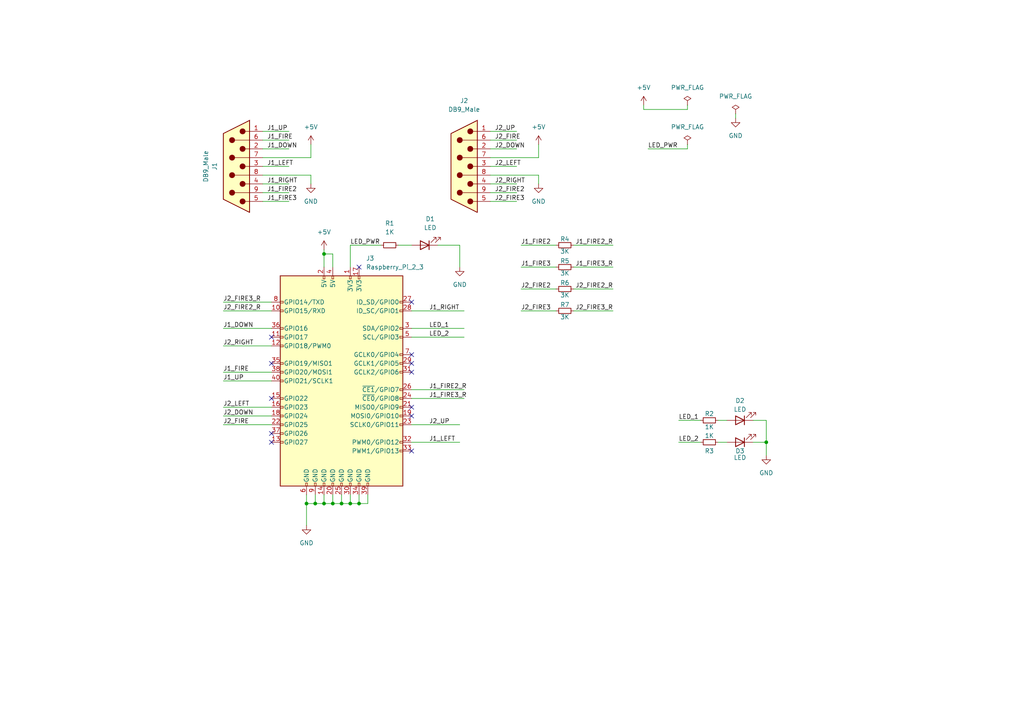
<source format=kicad_sch>
(kicad_sch (version 20230121) (generator eeschema)
  (paper "A4")
  (title_block (title "Unijoysticle Tester") (date "2022-11-29") (rev "A") (company "Ricardo Quesada"))
  (lib_symbols
    (symbol "Connector:DB9_Male" (pin_names (offset 1.016) hide)
      (property "Reference" "J" (at 0 13.97 0))
      (property "Value" "DB9_Male" (at 0 -14.605 0))
      (symbol "DB9_Male_0_1"
        (circle (center -1.778 -10.16) (radius 0.762) (fill (type outline)))
        (circle (center -1.778 -5.08) (radius 0.762) (fill (type outline)))
        (circle (center -1.778 0) (radius 0.762) (fill (type outline)))
        (circle (center -1.778 5.08) (radius 0.762) (fill (type outline)))
        (circle (center -1.778 10.16) (radius 0.762) (fill (type outline)))
        (polyline (pts (xy -3.81 -10.16) (xy -2.54 -10.16)))
        (polyline (pts (xy -3.81 -7.62) (xy 0.508 -7.62)))
        (polyline (pts (xy -3.81 -5.08) (xy -2.54 -5.08)))
        (polyline (pts (xy -3.81 -2.54) (xy 0.508 -2.54)))
        (polyline (pts (xy -3.81 0) (xy -2.54 0)))
        (polyline (pts (xy -3.81 2.54) (xy 0.508 2.54)))
        (polyline (pts (xy -3.81 5.08) (xy -2.54 5.08)))
        (polyline (pts (xy -3.81 7.62) (xy 0.508 7.62)))
        (polyline (pts (xy -3.81 10.16) (xy -2.54 10.16)))
        (polyline (pts (xy -3.81 -13.335) (xy -3.81 13.335) (xy 3.81 9.525) (xy 3.81 -9.525) (xy -3.81 -13.335)) (stroke (width 0.254)) (fill (type background)))
        (circle (center 1.27 -7.62) (radius 0.762) (fill (type outline)))
        (circle (center 1.27 -2.54) (radius 0.762) (fill (type outline)))
        (circle (center 1.27 2.54) (radius 0.762) (fill (type outline)))
        (circle (center 1.27 7.62) (radius 0.762) (fill (type outline)))
      )
      (symbol "DB9_Male_1_1"
        (pin passive line (at -7.62 -10.16 0) (length 3.81) (name "1") (number "1"))
        (pin passive line (at -7.62 -5.08 0) (length 3.81) (name "2") (number "2"))
        (pin passive line (at -7.62 0 0) (length 3.81) (name "3") (number "3"))
        (pin passive line (at -7.62 5.08 0) (length 3.81) (name "4") (number "4"))
        (pin passive line (at -7.62 10.16 0) (length 3.81) (name "5") (number "5"))
        (pin passive line (at -7.62 -7.62 0) (length 3.81) (name "6") (number "6"))
        (pin passive line (at -7.62 -2.54 0) (length 3.81) (name "7") (number "7"))
        (pin passive line (at -7.62 2.54 0) (length 3.81) (name "8") (number "8"))
        (pin passive line (at -7.62 7.62 0) (length 3.81) (name "9") (number "9"))
      )
    )
    (symbol "Connector:Raspberry_Pi_2_3" (pin_names (offset 1.016))
      (property "Reference" "J" (at -17.78 31.75 0))
      (property "Value" "Raspberry_Pi_2_3" (at 10.16 -31.75 0))
      (symbol "Raspberry_Pi_2_3_0_1"
        (rectangle (start -17.78 30.48) (end 17.78 -30.48) (stroke (width 0.254)) (fill (type background)))
      )
      (symbol "Raspberry_Pi_2_3_1_1"
        (rectangle (start -16.891 -17.526) (end -17.78 -18.034))
        (rectangle (start -16.891 -14.986) (end -17.78 -15.494))
        (rectangle (start -16.891 -12.446) (end -17.78 -12.954))
        (rectangle (start -16.891 -9.906) (end -17.78 -10.414))
        (rectangle (start -16.891 -7.366) (end -17.78 -7.874))
        (rectangle (start -16.891 -4.826) (end -17.78 -5.334))
        (rectangle (start -16.891 0.254) (end -17.78 -0.254))
        (rectangle (start -16.891 2.794) (end -17.78 2.286))
        (rectangle (start -16.891 5.334) (end -17.78 4.826))
        (rectangle (start -16.891 10.414) (end -17.78 9.906))
        (rectangle (start -16.891 12.954) (end -17.78 12.446))
        (rectangle (start -16.891 15.494) (end -17.78 14.986))
        (rectangle (start -16.891 20.574) (end -17.78 20.066))
        (rectangle (start -16.891 23.114) (end -17.78 22.606))
        (rectangle (start -10.414 -29.591) (end -9.906 -30.48))
        (rectangle (start -7.874 -29.591) (end -7.366 -30.48))
        (rectangle (start -5.334 -29.591) (end -4.826 -30.48))
        (rectangle (start -5.334 30.48) (end -4.826 29.591))
        (rectangle (start -2.794 -29.591) (end -2.286 -30.48))
        (rectangle (start -2.794 30.48) (end -2.286 29.591))
        (rectangle (start -0.254 -29.591) (end 0.254 -30.48))
        (rectangle (start 2.286 -29.591) (end 2.794 -30.48))
        (rectangle (start 2.286 30.48) (end 2.794 29.591))
        (rectangle (start 4.826 -29.591) (end 5.334 -30.48))
        (rectangle (start 4.826 30.48) (end 5.334 29.591))
        (rectangle (start 7.366 -29.591) (end 7.874 -30.48))
        (rectangle (start 17.78 -20.066) (end 16.891 -20.574))
        (rectangle (start 17.78 -17.526) (end 16.891 -18.034))
        (rectangle (start 17.78 -12.446) (end 16.891 -12.954))
        (rectangle (start 17.78 -9.906) (end 16.891 -10.414))
        (rectangle (start 17.78 -7.366) (end 16.891 -7.874))
        (rectangle (start 17.78 -4.826) (end 16.891 -5.334))
        (rectangle (start 17.78 -2.286) (end 16.891 -2.794))
        (rectangle (start 17.78 2.794) (end 16.891 2.286))
        (rectangle (start 17.78 5.334) (end 16.891 4.826))
        (rectangle (start 17.78 7.874) (end 16.891 7.366))
        (rectangle (start 17.78 12.954) (end 16.891 12.446))
        (rectangle (start 17.78 15.494) (end 16.891 14.986))
        (rectangle (start 17.78 20.574) (end 16.891 20.066))
        (rectangle (start 17.78 23.114) (end 16.891 22.606))
        (pin power_in line (at 2.54 33.02 270) (length 2.54) (name "3V3") (number "1"))
        (pin bidirectional line (at -20.32 20.32 0) (length 2.54) (name "GPIO15/RXD") (number "10"))
        (pin bidirectional line (at -20.32 12.7 0) (length 2.54) (name "GPIO17") (number "11"))
        (pin bidirectional line (at -20.32 10.16 0) (length 2.54) (name "GPIO18/PWM0") (number "12"))
        (pin bidirectional line (at -20.32 -17.78 0) (length 2.54) (name "GPIO27") (number "13"))
        (pin power_in line (at -5.08 -33.02 90) (length 2.54) (name "GND") (number "14"))
        (pin bidirectional line (at -20.32 -5.08 0) (length 2.54) (name "GPIO22") (number "15"))
        (pin bidirectional line (at -20.32 -7.62 0) (length 2.54) (name "GPIO23") (number "16"))
        (pin power_in line (at 5.08 33.02 270) (length 2.54) (name "3V3") (number "17"))
        (pin bidirectional line (at -20.32 -10.16 0) (length 2.54) (name "GPIO24") (number "18"))
        (pin bidirectional line (at 20.32 -10.16 180) (length 2.54) (name "MOSI0/GPIO10") (number "19"))
        (pin power_in line (at -5.08 33.02 270) (length 2.54) (name "5V") (number "2"))
        (pin power_in line (at -2.54 -33.02 90) (length 2.54) (name "GND") (number "20"))
        (pin bidirectional line (at 20.32 -7.62 180) (length 2.54) (name "MISO0/GPIO9") (number "21"))
        (pin bidirectional line (at -20.32 -12.7 0) (length 2.54) (name "GPIO25") (number "22"))
        (pin bidirectional line (at 20.32 -12.7 180) (length 2.54) (name "SCLK0/GPIO11") (number "23"))
        (pin bidirectional line (at 20.32 -5.08 180) (length 2.54) (name "~{CE0}/GPIO8") (number "24"))
        (pin power_in line (at 0 -33.02 90) (length 2.54) (name "GND") (number "25"))
        (pin bidirectional line (at 20.32 -2.54 180) (length 2.54) (name "~{CE1}/GPIO7") (number "26"))
        (pin bidirectional line (at 20.32 22.86 180) (length 2.54) (name "ID_SD/GPIO0") (number "27"))
        (pin bidirectional line (at 20.32 20.32 180) (length 2.54) (name "ID_SC/GPIO1") (number "28"))
        (pin bidirectional line (at 20.32 5.08 180) (length 2.54) (name "GCLK1/GPIO5") (number "29"))
        (pin bidirectional line (at 20.32 15.24 180) (length 2.54) (name "SDA/GPIO2") (number "3"))
        (pin power_in line (at 2.54 -33.02 90) (length 2.54) (name "GND") (number "30"))
        (pin bidirectional line (at 20.32 2.54 180) (length 2.54) (name "GCLK2/GPIO6") (number "31"))
        (pin bidirectional line (at 20.32 -17.78 180) (length 2.54) (name "PWM0/GPIO12") (number "32"))
        (pin bidirectional line (at 20.32 -20.32 180) (length 2.54) (name "PWM1/GPIO13") (number "33"))
        (pin power_in line (at 5.08 -33.02 90) (length 2.54) (name "GND") (number "34"))
        (pin bidirectional line (at -20.32 5.08 0) (length 2.54) (name "GPIO19/MISO1") (number "35"))
        (pin bidirectional line (at -20.32 15.24 0) (length 2.54) (name "GPIO16") (number "36"))
        (pin bidirectional line (at -20.32 -15.24 0) (length 2.54) (name "GPIO26") (number "37"))
        (pin bidirectional line (at -20.32 2.54 0) (length 2.54) (name "GPIO20/MOSI1") (number "38"))
        (pin power_in line (at 7.62 -33.02 90) (length 2.54) (name "GND") (number "39"))
        (pin power_in line (at -2.54 33.02 270) (length 2.54) (name "5V") (number "4"))
        (pin bidirectional line (at -20.32 0 0) (length 2.54) (name "GPIO21/SCLK1") (number "40"))
        (pin bidirectional line (at 20.32 12.7 180) (length 2.54) (name "SCL/GPIO3") (number "5"))
        (pin power_in line (at -10.16 -33.02 90) (length 2.54) (name "GND") (number "6"))
        (pin bidirectional line (at 20.32 7.62 180) (length 2.54) (name "GCLK0/GPIO4") (number "7"))
        (pin bidirectional line (at -20.32 22.86 0) (length 2.54) (name "GPIO14/TXD") (number "8"))
        (pin power_in line (at -7.62 -33.02 90) (length 2.54) (name "GND") (number "9"))
      )
    )
    (symbol "Device:LED" (pin_numbers hide) (pin_names (offset 1.016) hide)
      (property "Reference" "D" (at 0 2.54 0))
      (property "Value" "LED" (at 0 -2.54 0))
      (symbol "LED_0_1"
        (polyline (pts (xy -1.27 -1.27) (xy -1.27 1.27)) (stroke (width 0.254)))
        (polyline (pts (xy -1.27 0) (xy 1.27 0)))
        (polyline (pts (xy 1.27 -1.27) (xy 1.27 1.27) (xy -1.27 0) (xy 1.27 -1.27)) (stroke (width 0.254)))
        (polyline (pts (xy -3.048 -0.762) (xy -4.572 -2.286) (xy -3.81 -2.286) (xy -4.572 -2.286) (xy -4.572 -1.524)))
        (polyline (pts (xy -1.778 -0.762) (xy -3.302 -2.286) (xy -2.54 -2.286) (xy -3.302 -2.286) (xy -3.302 -1.524)))
      )
      (symbol "LED_1_1"
        (pin passive line (at -3.81 0 0) (length 2.54) (name "K") (number "1"))
        (pin passive line (at 3.81 0 180) (length 2.54) (name "A") (number "2"))
      )
    )
    (symbol "Device:R_Small" (pin_numbers hide) (pin_names (offset 0.254) hide)
      (property "Reference" "R" (at 0.762 0.508 0))
      (property "Value" "R_Small" (at 0.762 -1.016 0))
      (symbol "R_Small_0_1"
        (rectangle (start -0.762 1.778) (end 0.762 -1.778) (stroke (width 0.2032)))
      )
      (symbol "R_Small_1_1"
        (pin passive line (at 0 2.54 270) (length 0.762) (name "~") (number "1"))
        (pin passive line (at 0 -2.54 90) (length 0.762) (name "~") (number "2"))
      )
    )
    (symbol "power:+5V" (power) (pin_names (offset 0))
      (property "Value" "+5V" (at 0 3.556 0))
      (symbol "+5V_0_1"
        (polyline (pts (xy -0.762 1.27) (xy 0 2.54)))
        (polyline (pts (xy 0 0) (xy 0 2.54)))
        (polyline (pts (xy 0 2.54) (xy 0.762 1.27)))
      )
      (symbol "+5V_1_1"
        (pin power_in line (at 0 0 90) (length 0) hide (name "+5V") (number "1"))
      )
    )
    (symbol "power:GND" (power) (pin_names (offset 0))
      (property "Value" "GND" (at 0 -3.81 0))
      (symbol "GND_0_1"
        (polyline (pts (xy 0 0) (xy 0 -1.27) (xy 1.27 -1.27) (xy 0 -2.54) (xy -1.27 -1.27) (xy 0 -1.27)))
      )
      (symbol "GND_1_1"
        (pin power_in line (at 0 0 270) (length 0) hide (name "GND") (number "1"))
      )
    )
    (symbol "power:PWR_FLAG" (power) (pin_numbers hide) (pin_names (offset 0) hide)
      (property "Value" "PWR_FLAG" (at 0 3.81 0))
      (symbol "PWR_FLAG_0_0"
        (pin power_out line (at 0 0 90) (length 0) (name "pwr") (number "1"))
      )
      (symbol "PWR_FLAG_0_1"
        (polyline (pts (xy 0 0) (xy 0 1.27) (xy -1.016 1.905) (xy 0 2.54) (xy 1.016 1.905) (xy 0 1.27)))
      )
    )
  )
  (junction (at 93.98 146.05))
  (junction (at 88.9 146.05))
  (junction (at 101.6 146.05))
  (junction (at 99.06 146.05))
  (junction (at 91.44 146.05))
  (junction (at 96.52 146.05))
  (junction (at 93.98 73.66))
  (junction (at 222.25 128.27))
  (junction (at 104.14 146.05))
  (no_connect (at 104.14 77.47))
  (no_connect (at 78.74 105.41))
  (no_connect (at 119.38 118.11))
  (no_connect (at 78.74 128.27))
  (no_connect (at 119.38 130.81))
  (no_connect (at 119.38 105.41))
  (no_connect (at 78.74 97.79))
  (no_connect (at 119.38 102.87))
  (no_connect (at 78.74 125.73))
  (no_connect (at 78.74 115.57))
  (no_connect (at 119.38 87.63))
  (no_connect (at 119.38 120.65))
  (no_connect (at 119.38 107.95))
  (wire (pts (xy 151.13 71.12) (xy 161.29 71.12)))
  (wire (pts (xy 119.38 113.03) (xy 134.62 113.03)))
  (wire (pts (xy 119.38 95.25) (xy 134.62 95.25)))
  (wire (pts (xy 93.98 146.05) (xy 91.44 146.05)))
  (wire (pts (xy 93.98 72.39) (xy 93.98 73.66)))
  (wire (pts (xy 149.86 53.34) (xy 142.24 53.34)))
  (wire (pts (xy 96.52 77.47) (xy 96.52 73.66)))
  (wire (pts (xy 149.86 58.42) (xy 142.24 58.42)))
  (wire (pts (xy 222.25 132.08) (xy 222.25 128.27)))
  (wire (pts (xy 115.57 71.12) (xy 119.38 71.12)))
  (wire (pts (xy 156.21 50.8) (xy 156.21 53.34)))
  (wire (pts (xy 156.21 41.91) (xy 156.21 45.72)))
  (wire (pts (xy 119.38 123.19) (xy 133.35 123.19)))
  (wire (pts (xy 208.28 121.92) (xy 210.82 121.92)))
  (wire (pts (xy 83.82 55.88) (xy 76.2 55.88)))
  (wire (pts (xy 213.36 33.02) (xy 213.36 34.29)))
  (wire (pts (xy 127 71.12) (xy 133.35 71.12)))
  (wire (pts (xy 199.39 41.91) (xy 199.39 43.18)))
  (wire (pts (xy 222.25 121.92) (xy 222.25 128.27)))
  (wire (pts (xy 149.86 40.64) (xy 142.24 40.64)))
  (wire (pts (xy 64.77 95.25) (xy 78.74 95.25)))
  (wire (pts (xy 166.37 71.12) (xy 177.8 71.12)))
  (wire (pts (xy 91.44 146.05) (xy 88.9 146.05)))
  (wire (pts (xy 142.24 45.72) (xy 156.21 45.72)))
  (wire (pts (xy 149.86 38.1) (xy 142.24 38.1)))
  (wire (pts (xy 91.44 143.51) (xy 91.44 146.05)))
  (wire (pts (xy 166.37 83.82) (xy 177.8 83.82)))
  (wire (pts (xy 64.77 100.33) (xy 78.74 100.33)))
  (wire (pts (xy 218.44 121.92) (xy 222.25 121.92)))
  (wire (pts (xy 119.38 115.57) (xy 134.62 115.57)))
  (wire (pts (xy 101.6 143.51) (xy 101.6 146.05)))
  (wire (pts (xy 64.77 110.49) (xy 78.74 110.49)))
  (wire (pts (xy 166.37 90.17) (xy 177.8 90.17)))
  (wire (pts (xy 76.2 50.8) (xy 90.17 50.8)))
  (wire (pts (xy 99.06 143.51) (xy 99.06 146.05)))
  (wire (pts (xy 64.77 123.19) (xy 78.74 123.19)))
  (wire (pts (xy 199.39 31.75) (xy 199.39 30.48)))
  (wire (pts (xy 96.52 143.51) (xy 96.52 146.05)))
  (wire (pts (xy 83.82 48.26) (xy 76.2 48.26)))
  (wire (pts (xy 88.9 146.05) (xy 88.9 152.4)))
  (wire (pts (xy 222.25 128.27) (xy 218.44 128.27)))
  (wire (pts (xy 64.77 120.65) (xy 78.74 120.65)))
  (wire (pts (xy 104.14 143.51) (xy 104.14 146.05)))
  (wire (pts (xy 99.06 146.05) (xy 96.52 146.05)))
  (wire (pts (xy 142.24 50.8) (xy 156.21 50.8)))
  (wire (pts (xy 151.13 77.47) (xy 161.29 77.47)))
  (wire (pts (xy 119.38 90.17) (xy 134.62 90.17)))
  (wire (pts (xy 76.2 45.72) (xy 90.17 45.72)))
  (wire (pts (xy 90.17 50.8) (xy 90.17 53.34)))
  (wire (pts (xy 149.86 48.26) (xy 142.24 48.26)))
  (wire (pts (xy 166.37 77.47) (xy 177.8 77.47)))
  (wire (pts (xy 83.82 43.18) (xy 76.2 43.18)))
  (wire (pts (xy 151.13 90.17) (xy 161.29 90.17)))
  (wire (pts (xy 106.68 146.05) (xy 104.14 146.05)))
  (wire (pts (xy 149.86 43.18) (xy 142.24 43.18)))
  (wire (pts (xy 208.28 128.27) (xy 210.82 128.27)))
  (wire (pts (xy 186.69 30.48) (xy 186.69 31.75)))
  (wire (pts (xy 93.98 143.51) (xy 93.98 146.05)))
  (wire (pts (xy 106.68 143.51) (xy 106.68 146.05)))
  (wire (pts (xy 151.13 83.82) (xy 161.29 83.82)))
  (wire (pts (xy 83.82 58.42) (xy 76.2 58.42)))
  (wire (pts (xy 64.77 87.63) (xy 78.74 87.63)))
  (wire (pts (xy 133.35 71.12) (xy 133.35 77.47)))
  (wire (pts (xy 96.52 73.66) (xy 93.98 73.66)))
  (wire (pts (xy 119.38 128.27) (xy 133.35 128.27)))
  (wire (pts (xy 83.82 53.34) (xy 76.2 53.34)))
  (wire (pts (xy 90.17 41.91) (xy 90.17 45.72)))
  (wire (pts (xy 187.96 43.18) (xy 199.39 43.18)))
  (wire (pts (xy 101.6 77.47) (xy 101.6 71.12)))
  (wire (pts (xy 83.82 38.1) (xy 76.2 38.1)))
  (wire (pts (xy 149.86 55.88) (xy 142.24 55.88)))
  (wire (pts (xy 96.52 146.05) (xy 93.98 146.05)))
  (wire (pts (xy 83.82 40.64) (xy 76.2 40.64)))
  (wire (pts (xy 93.98 73.66) (xy 93.98 77.47)))
  (wire (pts (xy 101.6 71.12) (xy 110.49 71.12)))
  (wire (pts (xy 196.85 128.27) (xy 203.2 128.27)))
  (wire (pts (xy 64.77 107.95) (xy 78.74 107.95)))
  (wire (pts (xy 101.6 146.05) (xy 99.06 146.05)))
  (wire (pts (xy 88.9 143.51) (xy 88.9 146.05)))
  (wire (pts (xy 64.77 90.17) (xy 78.74 90.17)))
  (wire (pts (xy 186.69 31.75) (xy 199.39 31.75)))
  (wire (pts (xy 196.85 121.92) (xy 203.2 121.92)))
  (wire (pts (xy 119.38 97.79) (xy 134.62 97.79)))
  (wire (pts (xy 64.77 118.11) (xy 78.74 118.11)))
  (wire (pts (xy 104.14 146.05) (xy 101.6 146.05)))
  (label "J1_FIRE2_R" (at 124.46 113.03 0))
  (label "LED_PWR" (at 101.6 71.12 0))
  (label "J2_RIGHT" (at 143.51 53.34 0))
  (label "J2_FIRE2" (at 151.13 83.82 0))
  (label "J2_DOWN" (at 64.77 120.65 0))
  (label "J1_FIRE2_R" (at 177.8 71.12 180))
  (label "J2_FIRE2" (at 143.51 55.88 0))
  (label "LED_1" (at 196.85 121.92 0))
  (label "J2_UP" (at 143.51 38.1 0))
  (label "J2_UP" (at 124.46 123.19 0))
  (label "LED_2" (at 196.85 128.27 0))
  (label "J1_FIRE3_R" (at 124.46 115.57 0))
  (label "LED_1" (at 124.46 95.25 0))
  (label "J1_FIRE2" (at 151.13 71.12 0))
  (label "J2_FIRE3" (at 143.51 58.42 0))
  (label "J2_FIRE2_R" (at 64.77 90.17 0))
  (label "J1_FIRE3" (at 151.13 77.47 0))
  (label "J1_DOWN" (at 77.47 43.18 0))
  (label "J2_LEFT" (at 64.77 118.11 0))
  (label "J1_FIRE" (at 64.77 107.95 0))
  (label "J1_FIRE3" (at 77.47 58.42 0))
  (label "J2_FIRE3" (at 151.13 90.17 0))
  (label "LED_2" (at 124.46 97.79 0))
  (label "J1_LEFT" (at 77.47 48.26 0))
  (label "J2_FIRE3_R" (at 64.77 87.63 0))
  (label "J2_FIRE3_R" (at 177.8 90.17 180))
  (label "J1_LEFT" (at 124.46 128.27 0))
  (label "J1_RIGHT" (at 77.47 53.34 0))
  (label "J1_DOWN" (at 64.77 95.25 0))
  (label "J2_FIRE" (at 64.77 123.19 0))
  (label "J2_FIRE" (at 143.51 40.64 0))
  (label "J2_LEFT" (at 143.51 48.26 0))
  (label "J2_FIRE2_R" (at 177.8 83.82 180))
  (label "J1_FIRE2" (at 77.47 55.88 0))
  (label "J1_FIRE3_R" (at 177.8 77.47 180))
  (label "LED_PWR" (at 187.96 43.18 0))
  (label "J1_UP" (at 64.77 110.49 0))
  (label "J1_FIRE" (at 77.47 40.64 0))
  (label "J1_RIGHT" (at 124.46 90.17 0))
  (label "J1_UP" (at 77.47 38.1 0))
  (label "J2_RIGHT" (at 64.77 100.33 0))
  (label "J2_DOWN" (at 143.51 43.18 0))
  (symbol (lib_id "power:GND") (at 88.9 152.4 0) (unit 1)
    (property "Reference" "#PWR01" (effects hide))
    (property "Value" "GND" (at 88.9 157.48 0))
  )
  (symbol (lib_id "power:PWR_FLAG") (at 199.39 41.91 0) (unit 1)
    (property "Reference" "#FLG0102" (effects hide))
    (property "Value" "PWR_FLAG" (at 199.39 36.83 0))
  )
  (symbol (lib_id "Device:R_Small") (at 163.83 83.82 90) (unit 1)
    (property "Reference" "R6" (at 163.83 82.042 90))
    (property "Value" "3K" (at 163.83 85.598 90))
    (property "Footprint" "Resistor_THT:R_Axial_DIN0204_L3.6mm_D1.6mm_P7.62mm_Horizontal" (effects hide))
  )
  (symbol (lib_id "Connector:DB9_Male") (at 134.62 48.26 180) (unit 1)
    (property "Reference" "J2" (at 134.62 29.21 0))
    (property "Value" "DB9_Male" (at 134.62 31.75 0))
    (property "Footprint" "Connector_Dsub:DSUB-9_Male_Horizontal_P2.77x2.54mm_EdgePinOffset9.40mm" (effects hide))
    (property "Datasheet" " ~" (effects hide))
  )
  (symbol (lib_id "Connector:Raspberry_Pi_2_3") (at 99.06 110.49 0) (unit 1)
    (property "Reference" "J3" (at 106.1594 74.93 0) (effects (justify left)))
    (property "Value" "Raspberry_Pi_2_3" (at 106.1594 77.47 0) (effects (justify left)))
    (property "Footprint" "Connector_PinHeader_2.54mm:PinHeader_2x20_P2.54mm_Vertical" (effects hide))
    (property "Datasheet" "https://www.raspberrypi.org/documentation/hardware/raspberrypi/schematics/rpi_SCH_3bplus_1p0_reduced.pdf" (effects hide))
  )
  (symbol (lib_id "Device:LED") (at 123.19 71.12 180) (unit 1)
    (property "Reference" "D1" (at 124.7775 63.5 0))
    (property "Value" "LED" (at 124.7775 66.04 0))
    (property "Footprint" "LED_THT:LED_D3.0mm" (effects hide))
  )
  (symbol (lib_id "Device:R_Small") (at 163.83 77.47 90) (unit 1)
    (property "Reference" "R5" (at 163.83 75.692 90))
    (property "Value" "3K" (at 163.83 79.248 90))
    (property "Footprint" "Resistor_THT:R_Axial_DIN0204_L3.6mm_D1.6mm_P7.62mm_Horizontal" (effects hide))
  )
  (symbol (lib_id "Device:R_Small") (at 205.74 128.27 90) (unit 1)
    (property "Reference" "R3" (at 205.74 130.81 90))
    (property "Value" "1K" (at 205.74 126.365 90))
    (property "Footprint" "Resistor_THT:R_Axial_DIN0204_L3.6mm_D1.6mm_P7.62mm_Horizontal" (effects hide))
  )
  (symbol (lib_id "power:GND") (at 133.35 77.47 0) (unit 1)
    (property "Reference" "#PWR05" (effects hide))
    (property "Value" "GND" (at 133.35 82.55 0))
  )
  (symbol (lib_id "Device:R_Small") (at 113.03 71.12 90) (unit 1)
    (property "Reference" "R1" (at 113.03 64.77 90))
    (property "Value" "1K" (at 113.03 67.31 90))
    (property "Footprint" "Resistor_THT:R_Axial_DIN0204_L3.6mm_D1.6mm_P7.62mm_Horizontal" (effects hide))
  )
  (symbol (lib_id "power:GND") (at 156.21 53.34 0) (unit 1)
    (property "Reference" "#PWR07" (effects hide))
    (property "Value" "GND" (at 156.21 58.42 0))
  )
  (symbol (lib_id "Connector:DB9_Male") (at 68.58 48.26 180) (unit 1)
    (property "Reference" "J1" (at 62.23 48.26 90))
    (property "Value" "DB9_Male" (at 59.69 48.26 90))
    (property "Footprint" "Connector_Dsub:DSUB-9_Male_Horizontal_P2.77x2.54mm_EdgePinOffset9.40mm" (effects hide))
    (property "Datasheet" " ~" (effects hide))
  )
  (symbol (lib_id "Device:LED") (at 214.63 128.27 180) (unit 1)
    (property "Reference" "D3" (at 214.63 130.81 0))
    (property "Value" "LED" (at 214.63 132.715 0))
    (property "Footprint" "LED_THT:LED_D3.0mm" (effects hide))
  )
  (symbol (lib_id "power:PWR_FLAG") (at 199.39 30.48 0) (unit 1)
    (property "Reference" "#FLG0101" (effects hide))
    (property "Value" "PWR_FLAG" (at 199.39 25.4 0))
  )
  (symbol (lib_id "power:GND") (at 90.17 53.34 0) (unit 1)
    (property "Reference" "#PWR03" (effects hide))
    (property "Value" "GND" (at 90.17 58.42 0))
  )
  (symbol (lib_id "power:+5V") (at 186.69 30.48 0) (unit 1)
    (property "Reference" "#PWR0101" (effects hide))
    (property "Value" "+5V" (at 186.69 25.4 0))
  )
  (symbol (lib_id "power:GND") (at 222.25 132.08 0) (unit 1)
    (property "Reference" "#PWR08" (effects hide))
    (property "Value" "GND" (at 222.25 137.16 0))
  )
  (symbol (lib_id "Device:R_Small") (at 163.83 90.17 90) (unit 1)
    (property "Reference" "R7" (at 163.83 88.392 90))
    (property "Value" "3K" (at 163.83 91.948 90))
    (property "Footprint" "Resistor_THT:R_Axial_DIN0204_L3.6mm_D1.6mm_P7.62mm_Horizontal" (effects hide))
  )
  (symbol (lib_id "power:PWR_FLAG") (at 213.36 33.02 0) (unit 1)
    (property "Reference" "#FLG0103" (effects hide))
    (property "Value" "PWR_FLAG" (at 213.36 27.94 0))
  )
  (symbol (lib_id "Device:R_Small") (at 205.74 121.92 90) (unit 1)
    (property "Reference" "R2" (at 205.74 120.015 90))
    (property "Value" "1K" (at 205.74 123.825 90))
    (property "Footprint" "Resistor_THT:R_Axial_DIN0204_L3.6mm_D1.6mm_P7.62mm_Horizontal" (effects hide))
  )
  (symbol (lib_id "Device:R_Small") (at 163.83 71.12 90) (unit 1)
    (property "Reference" "R4" (at 163.83 69.342 90))
    (property "Value" "3K" (at 163.83 72.898 90))
    (property "Footprint" "Resistor_THT:R_Axial_DIN0204_L3.6mm_D1.6mm_P7.62mm_Horizontal" (effects hide))
  )
  (symbol (lib_id "power:GND") (at 213.36 34.29 0) (unit 1)
    (property "Reference" "#PWR0102" (effects hide))
    (property "Value" "GND" (at 213.36 39.37 0))
  )
  (symbol (lib_id "power:+5V") (at 156.21 41.91 0) (unit 1)
    (property "Reference" "#PWR06" (effects hide))
    (property "Value" "+5V" (at 156.21 36.83 0))
  )
  (symbol (lib_id "power:+5V") (at 90.17 41.91 0) (unit 1)
    (property "Reference" "#PWR02" (effects hide))
    (property "Value" "+5V" (at 90.17 36.83 0))
  )
  (symbol (lib_id "Device:LED") (at 214.63 121.92 180) (unit 1)
    (property "Reference" "D2" (at 214.63 116.205 0))
    (property "Value" "LED" (at 214.63 118.745 0))
    (property "Footprint" "LED_THT:LED_D3.0mm" (effects hide))
  )
  (symbol (lib_id "power:+5V") (at 93.98 72.39 0) (unit 1)
    (property "Reference" "#PWR04" (effects hide))
    (property "Value" "+5V" (at 93.98 67.31 0))
  )
)
</source>
